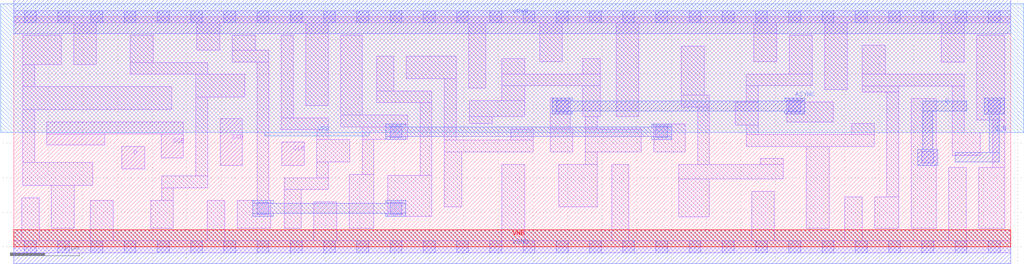
<source format=lef>
# Copyright 2020 The SkyWater PDK Authors
#
# Licensed under the Apache License, Version 2.0 (the "License");
# you may not use this file except in compliance with the License.
# You may obtain a copy of the License at
#
#     https://www.apache.org/licenses/LICENSE-2.0
#
# Unless required by applicable law or agreed to in writing, software
# distributed under the License is distributed on an "AS IS" BASIS,
# WITHOUT WARRANTIES OR CONDITIONS OF ANY KIND, either express or implied.
# See the License for the specific language governing permissions and
# limitations under the License.
#
# SPDX-License-Identifier: Apache-2.0

VERSION 5.7 ;
  NOWIREEXTENSIONATPIN ON ;
  DIVIDERCHAR "/" ;
  BUSBITCHARS "[]" ;
MACRO sky130_fd_sc_lp__sregrbp_1
  CLASS CORE ;
  FOREIGN sky130_fd_sc_lp__sregrbp_1 ;
  ORIGIN  0.000000  0.000000 ;
  SIZE  14.40000 BY  3.330000 ;
  SYMMETRY X Y R90 ;
  SITE unit ;
  PIN ASYNC
    ANTENNAGATEAREA  0.444000 ;
    DIRECTION INPUT ;
    USE SIGNAL ;
    PORT
      LAYER met1 ;
        RECT  7.775000 1.920000  8.065000 1.965000 ;
        RECT  7.775000 1.965000 11.425000 2.105000 ;
        RECT  7.775000 2.105000  8.065000 2.150000 ;
        RECT 11.135000 1.920000 11.425000 1.965000 ;
        RECT 11.135000 2.105000 11.425000 2.150000 ;
    END
  END ASYNC
  PIN D
    ANTENNAGATEAREA  0.126000 ;
    DIRECTION INPUT ;
    USE SIGNAL ;
    PORT
      LAYER li1 ;
        RECT 1.560000 1.125000 1.890000 1.455000 ;
    END
  END D
  PIN Q
    ANTENNADIFFAREA  0.598500 ;
    DIRECTION OUTPUT ;
    USE SIGNAL ;
    PORT
      LAYER met1 ;
        RECT 13.055000 1.180000 13.345000 1.410000 ;
        RECT 13.130000 1.410000 13.270000 1.965000 ;
        RECT 13.130000 1.965000 13.765000 2.105000 ;
    END
  END Q
  PIN Q_N
    ANTENNADIFFAREA  0.598500 ;
    DIRECTION OUTPUT ;
    USE SIGNAL ;
    PORT
      LAYER met1 ;
        RECT 13.595000 1.225000 14.230000 1.365000 ;
        RECT 14.015000 1.920000 14.305000 2.150000 ;
        RECT 14.090000 1.365000 14.230000 1.920000 ;
    END
  END Q_N
  PIN SCD
    ANTENNAGATEAREA  0.126000 ;
    DIRECTION INPUT ;
    USE SIGNAL ;
    PORT
      LAYER li1 ;
        RECT 2.980000 1.180000 3.300000 1.855000 ;
    END
  END SCD
  PIN SCE
    ANTENNAGATEAREA  0.252000 ;
    DIRECTION INPUT ;
    USE SIGNAL ;
    PORT
      LAYER li1 ;
        RECT 0.480000 1.475000 1.315000 1.635000 ;
        RECT 0.480000 1.635000 2.450000 1.805000 ;
        RECT 2.130000 1.285000 2.450000 1.635000 ;
    END
  END SCE
  PIN CLK
    ANTENNAGATEAREA  0.315000 ;
    DIRECTION INPUT ;
    USE CLOCK ;
    PORT
      LAYER li1 ;
        RECT 3.870000 1.180000 4.195000 1.515000 ;
    END
  END CLK
  PIN VGND
    DIRECTION INOUT ;
    USE GROUND ;
    PORT
      LAYER met1 ;
        RECT 0.000000 -0.245000 14.400000 0.245000 ;
    END
  END VGND
  PIN VNB
    DIRECTION INOUT ;
    USE GROUND ;
    PORT
      LAYER pwell ;
        RECT 0.000000 0.000000 14.400000 0.245000 ;
    END
  END VNB
  PIN VPB
    DIRECTION INOUT ;
    USE POWER ;
    PORT
      LAYER nwell ;
        RECT -0.190000 1.655000 14.590000 3.520000 ;
        RECT  3.625000 1.605000  5.135000 1.655000 ;
    END
  END VPB
  PIN VPWR
    DIRECTION INOUT ;
    USE POWER ;
    PORT
      LAYER met1 ;
        RECT 0.000000 3.085000 14.400000 3.575000 ;
    END
  END VPWR
  OBS
    LAYER li1 ;
      RECT  0.000000 -0.085000 14.400000 0.085000 ;
      RECT  0.000000  3.245000 14.400000 3.415000 ;
      RECT  0.115000  0.085000  0.365000 0.710000 ;
      RECT  0.130000  0.890000  1.140000 1.220000 ;
      RECT  0.130000  1.220000  0.300000 1.985000 ;
      RECT  0.130000  1.985000  2.280000 2.315000 ;
      RECT  0.130000  2.315000  0.300000 2.635000 ;
      RECT  0.130000  2.635000  0.685000 3.065000 ;
      RECT  0.545000  0.265000  0.875000 0.890000 ;
      RECT  0.865000  2.635000  1.195000 3.245000 ;
      RECT  1.105000  0.085000  1.435000 0.675000 ;
      RECT  1.685000  2.495000  2.800000 2.665000 ;
      RECT  1.685000  2.665000  2.015000 3.065000 ;
      RECT  1.975000  0.265000  2.305000 0.675000 ;
      RECT  2.135000  0.675000  2.305000 0.855000 ;
      RECT  2.135000  0.855000  2.800000 1.025000 ;
      RECT  2.630000  1.025000  2.800000 2.165000 ;
      RECT  2.630000  2.165000  3.335000 2.495000 ;
      RECT  2.645000  2.845000  2.975000 3.245000 ;
      RECT  2.795000  0.085000  3.045000 0.675000 ;
      RECT  3.155000  2.675000  3.685000 2.845000 ;
      RECT  3.155000  2.845000  3.485000 3.065000 ;
      RECT  3.225000  0.265000  3.715000 0.675000 ;
      RECT  3.515000  0.675000  3.685000 2.675000 ;
      RECT  3.865000  1.695000  4.545000 1.865000 ;
      RECT  3.865000  1.865000  4.035000 3.065000 ;
      RECT  3.905000  0.265000  4.155000 0.830000 ;
      RECT  3.905000  0.830000  4.545000 1.000000 ;
      RECT  4.215000  2.045000  4.545000 3.245000 ;
      RECT  4.335000  0.085000  4.665000 0.650000 ;
      RECT  4.375000  1.000000  4.545000 1.225000 ;
      RECT  4.375000  1.225000  4.850000 1.555000 ;
      RECT  4.375000  1.555000  4.545000 1.695000 ;
      RECT  4.725000  1.735000  5.690000 1.905000 ;
      RECT  4.725000  1.905000  5.030000 3.065000 ;
      RECT  4.845000  0.265000  5.200000 1.045000 ;
      RECT  5.030000  1.045000  5.200000 1.550000 ;
      RECT  5.030000  1.550000  5.690000 1.735000 ;
      RECT  5.240000  2.085000  6.040000 2.255000 ;
      RECT  5.240000  2.255000  5.490000 2.755000 ;
      RECT  5.405000  0.440000  6.040000 1.035000 ;
      RECT  5.670000  2.435000  6.390000 2.755000 ;
      RECT  5.870000  1.035000  6.040000 2.085000 ;
      RECT  6.220000  0.575000  6.470000 1.375000 ;
      RECT  6.220000  1.375000  7.505000 1.545000 ;
      RECT  6.220000  1.545000  6.390000 2.435000 ;
      RECT  6.570000  2.295000  6.820000 3.245000 ;
      RECT  6.580000  1.785000  6.910000 1.885000 ;
      RECT  6.580000  1.885000  7.380000 2.115000 ;
      RECT  7.050000  0.085000  7.380000 1.195000 ;
      RECT  7.050000  2.115000  7.380000 2.330000 ;
      RECT  7.050000  2.330000  8.470000 2.500000 ;
      RECT  7.050000  2.500000  7.380000 2.725000 ;
      RECT  7.175000  1.545000  7.505000 1.705000 ;
      RECT  7.595000  2.680000  7.925000 3.245000 ;
      RECT  7.745000  1.375000  8.075000 1.705000 ;
      RECT  7.745000  1.705000  8.035000 2.150000 ;
      RECT  7.870000  0.575000  8.425000 1.195000 ;
      RECT  8.220000  1.885000  8.470000 2.330000 ;
      RECT  8.220000  2.500000  8.470000 2.725000 ;
      RECT  8.255000  1.195000  8.425000 1.375000 ;
      RECT  8.255000  1.375000  9.065000 1.705000 ;
      RECT  8.255000  1.705000  8.425000 1.885000 ;
      RECT  8.635000  0.085000  8.885000 1.195000 ;
      RECT  8.700000  1.885000  9.030000 3.245000 ;
      RECT  9.245000  1.375000  9.695000 1.780000 ;
      RECT  9.605000  0.435000 10.045000 0.985000 ;
      RECT  9.605000  0.985000 11.110000 1.195000 ;
      RECT  9.640000  2.025000 10.045000 2.195000 ;
      RECT  9.640000  2.195000  9.970000 2.905000 ;
      RECT  9.875000  1.195000 10.045000 2.025000 ;
      RECT 10.420000  1.765000 10.750000 2.095000 ;
      RECT 10.580000  1.455000 12.430000 1.625000 ;
      RECT 10.580000  1.625000 10.750000 1.765000 ;
      RECT 10.580000  2.095000 10.750000 2.330000 ;
      RECT 10.580000  2.330000 11.530000 2.500000 ;
      RECT 10.655000  0.085000 10.985000 0.805000 ;
      RECT 10.690000  2.680000 11.020000 3.245000 ;
      RECT 10.780000  1.195000 11.110000 1.275000 ;
      RECT 11.165000  1.805000 11.835000 2.095000 ;
      RECT 11.165000  2.095000 11.395000 2.150000 ;
      RECT 11.200000  2.500000 11.530000 3.065000 ;
      RECT 11.445000  0.265000 11.775000 1.455000 ;
      RECT 11.710000  2.275000 12.040000 3.245000 ;
      RECT 12.005000  0.085000 12.255000 0.725000 ;
      RECT 12.100000  1.625000 12.430000 1.785000 ;
      RECT 12.255000  2.235000 12.780000 2.325000 ;
      RECT 12.255000  2.325000 13.725000 2.495000 ;
      RECT 12.255000  2.495000 12.585000 2.915000 ;
      RECT 12.435000  0.265000 12.780000 0.725000 ;
      RECT 12.610000  0.725000 12.780000 2.235000 ;
      RECT 12.965000  0.265000 13.325000 2.145000 ;
      RECT 13.395000  2.675000 13.725000 3.245000 ;
      RECT 13.505000  0.085000 13.755000 1.145000 ;
      RECT 13.555000  1.325000 13.960000 1.655000 ;
      RECT 13.555000  1.655000 13.725000 2.325000 ;
      RECT 13.905000  1.835000 14.310000 3.065000 ;
      RECT 13.935000  0.265000 14.310000 1.145000 ;
      RECT 14.140000  1.145000 14.310000 1.835000 ;
    LAYER mcon ;
      RECT  0.155000 -0.085000  0.325000 0.085000 ;
      RECT  0.155000  3.245000  0.325000 3.415000 ;
      RECT  0.635000 -0.085000  0.805000 0.085000 ;
      RECT  0.635000  3.245000  0.805000 3.415000 ;
      RECT  1.115000 -0.085000  1.285000 0.085000 ;
      RECT  1.115000  3.245000  1.285000 3.415000 ;
      RECT  1.595000 -0.085000  1.765000 0.085000 ;
      RECT  1.595000  3.245000  1.765000 3.415000 ;
      RECT  2.075000 -0.085000  2.245000 0.085000 ;
      RECT  2.075000  3.245000  2.245000 3.415000 ;
      RECT  2.555000 -0.085000  2.725000 0.085000 ;
      RECT  2.555000  3.245000  2.725000 3.415000 ;
      RECT  3.035000 -0.085000  3.205000 0.085000 ;
      RECT  3.035000  3.245000  3.205000 3.415000 ;
      RECT  3.515000 -0.085000  3.685000 0.085000 ;
      RECT  3.515000  0.470000  3.685000 0.640000 ;
      RECT  3.515000  3.245000  3.685000 3.415000 ;
      RECT  3.995000 -0.085000  4.165000 0.085000 ;
      RECT  3.995000  3.245000  4.165000 3.415000 ;
      RECT  4.475000 -0.085000  4.645000 0.085000 ;
      RECT  4.475000  3.245000  4.645000 3.415000 ;
      RECT  4.955000 -0.085000  5.125000 0.085000 ;
      RECT  4.955000  3.245000  5.125000 3.415000 ;
      RECT  5.435000 -0.085000  5.605000 0.085000 ;
      RECT  5.435000  0.470000  5.605000 0.640000 ;
      RECT  5.435000  1.580000  5.605000 1.750000 ;
      RECT  5.435000  3.245000  5.605000 3.415000 ;
      RECT  5.915000 -0.085000  6.085000 0.085000 ;
      RECT  5.915000  3.245000  6.085000 3.415000 ;
      RECT  6.395000 -0.085000  6.565000 0.085000 ;
      RECT  6.395000  3.245000  6.565000 3.415000 ;
      RECT  6.875000 -0.085000  7.045000 0.085000 ;
      RECT  6.875000  3.245000  7.045000 3.415000 ;
      RECT  7.355000 -0.085000  7.525000 0.085000 ;
      RECT  7.355000  3.245000  7.525000 3.415000 ;
      RECT  7.835000 -0.085000  8.005000 0.085000 ;
      RECT  7.835000  1.950000  8.005000 2.120000 ;
      RECT  7.835000  3.245000  8.005000 3.415000 ;
      RECT  8.315000 -0.085000  8.485000 0.085000 ;
      RECT  8.315000  3.245000  8.485000 3.415000 ;
      RECT  8.795000 -0.085000  8.965000 0.085000 ;
      RECT  8.795000  3.245000  8.965000 3.415000 ;
      RECT  9.275000 -0.085000  9.445000 0.085000 ;
      RECT  9.275000  1.580000  9.445000 1.750000 ;
      RECT  9.275000  3.245000  9.445000 3.415000 ;
      RECT  9.755000 -0.085000  9.925000 0.085000 ;
      RECT  9.755000  3.245000  9.925000 3.415000 ;
      RECT 10.235000 -0.085000 10.405000 0.085000 ;
      RECT 10.235000  3.245000 10.405000 3.415000 ;
      RECT 10.715000 -0.085000 10.885000 0.085000 ;
      RECT 10.715000  3.245000 10.885000 3.415000 ;
      RECT 11.195000 -0.085000 11.365000 0.085000 ;
      RECT 11.195000  1.950000 11.365000 2.120000 ;
      RECT 11.195000  3.245000 11.365000 3.415000 ;
      RECT 11.675000 -0.085000 11.845000 0.085000 ;
      RECT 11.675000  3.245000 11.845000 3.415000 ;
      RECT 12.155000 -0.085000 12.325000 0.085000 ;
      RECT 12.155000  3.245000 12.325000 3.415000 ;
      RECT 12.635000 -0.085000 12.805000 0.085000 ;
      RECT 12.635000  3.245000 12.805000 3.415000 ;
      RECT 13.115000 -0.085000 13.285000 0.085000 ;
      RECT 13.115000  1.210000 13.285000 1.380000 ;
      RECT 13.115000  3.245000 13.285000 3.415000 ;
      RECT 13.595000 -0.085000 13.765000 0.085000 ;
      RECT 13.595000  3.245000 13.765000 3.415000 ;
      RECT 14.075000 -0.085000 14.245000 0.085000 ;
      RECT 14.075000  1.950000 14.245000 2.120000 ;
      RECT 14.075000  3.245000 14.245000 3.415000 ;
    LAYER met1 ;
      RECT 3.455000 0.440000 3.745000 0.485000 ;
      RECT 3.455000 0.485000 5.665000 0.625000 ;
      RECT 3.455000 0.625000 3.745000 0.670000 ;
      RECT 5.375000 0.440000 5.665000 0.485000 ;
      RECT 5.375000 0.625000 5.665000 0.670000 ;
      RECT 5.375000 1.550000 5.665000 1.595000 ;
      RECT 5.375000 1.595000 9.505000 1.735000 ;
      RECT 5.375000 1.735000 5.665000 1.780000 ;
      RECT 9.215000 1.550000 9.505000 1.595000 ;
      RECT 9.215000 1.735000 9.505000 1.780000 ;
  END
END sky130_fd_sc_lp__sregrbp_1
END LIBRARY

</source>
